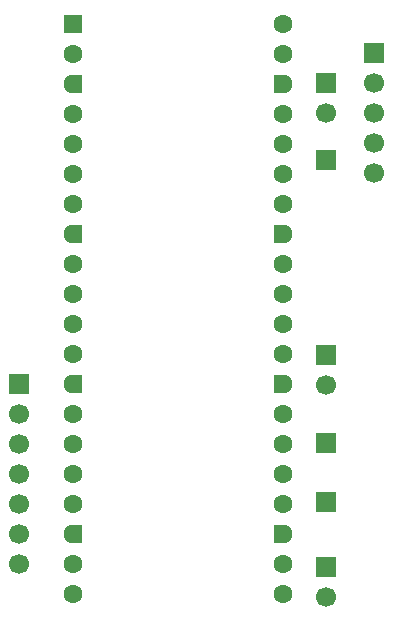
<source format=gbr>
%TF.GenerationSoftware,KiCad,Pcbnew,9.0.3*%
%TF.CreationDate,2025-08-22T09:44:06+02:00*%
%TF.ProjectId,kord,6b6f7264-2e6b-4696-9361-645f70636258,rev?*%
%TF.SameCoordinates,Original*%
%TF.FileFunction,Copper,L2,Bot*%
%TF.FilePolarity,Positive*%
%FSLAX46Y46*%
G04 Gerber Fmt 4.6, Leading zero omitted, Abs format (unit mm)*
G04 Created by KiCad (PCBNEW 9.0.3) date 2025-08-22 09:44:06*
%MOMM*%
%LPD*%
G01*
G04 APERTURE LIST*
G04 Aperture macros list*
%AMRoundRect*
0 Rectangle with rounded corners*
0 $1 Rounding radius*
0 $2 $3 $4 $5 $6 $7 $8 $9 X,Y pos of 4 corners*
0 Add a 4 corners polygon primitive as box body*
4,1,4,$2,$3,$4,$5,$6,$7,$8,$9,$2,$3,0*
0 Add four circle primitives for the rounded corners*
1,1,$1+$1,$2,$3*
1,1,$1+$1,$4,$5*
1,1,$1+$1,$6,$7*
1,1,$1+$1,$8,$9*
0 Add four rect primitives between the rounded corners*
20,1,$1+$1,$2,$3,$4,$5,0*
20,1,$1+$1,$4,$5,$6,$7,0*
20,1,$1+$1,$6,$7,$8,$9,0*
20,1,$1+$1,$8,$9,$2,$3,0*%
%AMFreePoly0*
4,1,37,0.603843,0.796157,0.639018,0.796157,0.711114,0.766294,0.766294,0.711114,0.796157,0.639018,0.796157,0.603843,0.800000,0.600000,0.800000,-0.600000,0.796157,-0.603843,0.796157,-0.639018,0.766294,-0.711114,0.711114,-0.766294,0.639018,-0.796157,0.603843,-0.796157,0.600000,-0.800000,0.000000,-0.800000,0.000000,-0.796148,-0.078414,-0.796148,-0.232228,-0.765552,-0.377117,-0.705537,
-0.507515,-0.618408,-0.618408,-0.507515,-0.705537,-0.377117,-0.765552,-0.232228,-0.796148,-0.078414,-0.796148,0.078414,-0.765552,0.232228,-0.705537,0.377117,-0.618408,0.507515,-0.507515,0.618408,-0.377117,0.705537,-0.232228,0.765552,-0.078414,0.796148,0.000000,0.796148,0.000000,0.800000,0.600000,0.800000,0.603843,0.796157,0.603843,0.796157,$1*%
%AMFreePoly1*
4,1,37,0.000000,0.796148,0.078414,0.796148,0.232228,0.765552,0.377117,0.705537,0.507515,0.618408,0.618408,0.507515,0.705537,0.377117,0.765552,0.232228,0.796148,0.078414,0.796148,-0.078414,0.765552,-0.232228,0.705537,-0.377117,0.618408,-0.507515,0.507515,-0.618408,0.377117,-0.705537,0.232228,-0.765552,0.078414,-0.796148,0.000000,-0.796148,0.000000,-0.800000,-0.600000,-0.800000,
-0.603843,-0.796157,-0.639018,-0.796157,-0.711114,-0.766294,-0.766294,-0.711114,-0.796157,-0.639018,-0.796157,-0.603843,-0.800000,-0.600000,-0.800000,0.600000,-0.796157,0.603843,-0.796157,0.639018,-0.766294,0.711114,-0.711114,0.766294,-0.639018,0.796157,-0.603843,0.796157,-0.600000,0.800000,0.000000,0.800000,0.000000,0.796148,0.000000,0.796148,$1*%
G04 Aperture macros list end*
%TA.AperFunction,ComponentPad*%
%ADD10R,1.700000X1.700000*%
%TD*%
%TA.AperFunction,ComponentPad*%
%ADD11C,1.700000*%
%TD*%
%TA.AperFunction,ComponentPad*%
%ADD12RoundRect,0.200000X-0.600000X-0.600000X0.600000X-0.600000X0.600000X0.600000X-0.600000X0.600000X0*%
%TD*%
%TA.AperFunction,ComponentPad*%
%ADD13C,1.600000*%
%TD*%
%TA.AperFunction,ComponentPad*%
%ADD14FreePoly0,0.000000*%
%TD*%
%TA.AperFunction,ComponentPad*%
%ADD15FreePoly1,0.000000*%
%TD*%
G04 APERTURE END LIST*
D10*
%TO.P,REF\u002A\u002A,1*%
%TO.N,N/C*%
X166000000Y-105500000D03*
D11*
%TO.P,REF\u002A\u002A,2*%
X166000000Y-108040000D03*
%TD*%
D10*
%TO.P,REF\u002A\u002A,1*%
%TO.N,N/C*%
X166000000Y-100000000D03*
%TD*%
%TO.P,REF\u002A\u002A,1*%
%TO.N,N/C*%
X166000000Y-71000000D03*
%TD*%
%TO.P,REF\u002A\u002A,1*%
%TO.N,N/C*%
X166000000Y-87500000D03*
D11*
%TO.P,REF\u002A\u002A,2*%
X166000000Y-90040000D03*
%TD*%
D10*
%TO.P,REF\u002A\u002A,1*%
%TO.N,N/C*%
X166000000Y-95000000D03*
%TD*%
%TO.P,REF\u002A\u002A,1*%
%TO.N,N/C*%
X166000000Y-64500000D03*
D11*
%TO.P,REF\u002A\u002A,2*%
X166000000Y-67040000D03*
%TD*%
D10*
%TO.P,REF\u002A\u002A,1*%
%TO.N,N/C*%
X140000000Y-90000000D03*
D11*
%TO.P,REF\u002A\u002A,2*%
X140000000Y-92540000D03*
%TO.P,REF\u002A\u002A,3*%
X140000000Y-95080000D03*
%TO.P,REF\u002A\u002A,4*%
X140000000Y-97620000D03*
%TO.P,REF\u002A\u002A,5*%
X140000000Y-100160000D03*
%TO.P,REF\u002A\u002A,6*%
X140000000Y-102700000D03*
%TO.P,REF\u002A\u002A,7*%
X140000000Y-105240000D03*
%TD*%
D12*
%TO.P,REF\u002A\u002A,1*%
%TO.N,N/C*%
X144500000Y-59500000D03*
D13*
%TO.P,REF\u002A\u002A,2*%
X144500000Y-62040000D03*
D14*
%TO.P,REF\u002A\u002A,3*%
X144500000Y-64580000D03*
D13*
%TO.P,REF\u002A\u002A,4*%
X144500000Y-67120000D03*
%TO.P,REF\u002A\u002A,5*%
X144500000Y-69660000D03*
%TO.P,REF\u002A\u002A,6*%
X144500000Y-72200000D03*
%TO.P,REF\u002A\u002A,7*%
X144500000Y-74740000D03*
D14*
%TO.P,REF\u002A\u002A,8*%
X144500000Y-77280000D03*
D13*
%TO.P,REF\u002A\u002A,9*%
X144500000Y-79820000D03*
%TO.P,REF\u002A\u002A,10*%
X144500000Y-82360000D03*
%TO.P,REF\u002A\u002A,11*%
X144500000Y-84900000D03*
%TO.P,REF\u002A\u002A,12*%
X144500000Y-87440000D03*
D14*
%TO.P,REF\u002A\u002A,13*%
X144500000Y-89980000D03*
D13*
%TO.P,REF\u002A\u002A,14*%
X144500000Y-92520000D03*
%TO.P,REF\u002A\u002A,15*%
X144500000Y-95060000D03*
%TO.P,REF\u002A\u002A,16*%
X144500000Y-97600000D03*
%TO.P,REF\u002A\u002A,17*%
X144500000Y-100140000D03*
D14*
%TO.P,REF\u002A\u002A,18*%
X144500000Y-102680000D03*
D13*
%TO.P,REF\u002A\u002A,19*%
X144500000Y-105220000D03*
%TO.P,REF\u002A\u002A,20*%
X144500000Y-107760000D03*
%TO.P,REF\u002A\u002A,21*%
X162280000Y-107760000D03*
%TO.P,REF\u002A\u002A,22*%
X162280000Y-105220000D03*
D15*
%TO.P,REF\u002A\u002A,23*%
X162280000Y-102680000D03*
D13*
%TO.P,REF\u002A\u002A,24*%
X162280000Y-100140000D03*
%TO.P,REF\u002A\u002A,25*%
X162280000Y-97600000D03*
%TO.P,REF\u002A\u002A,26*%
X162280000Y-95060000D03*
%TO.P,REF\u002A\u002A,27*%
X162280000Y-92520000D03*
D15*
%TO.P,REF\u002A\u002A,28*%
X162280000Y-89980000D03*
D13*
%TO.P,REF\u002A\u002A,29*%
X162280000Y-87440000D03*
%TO.P,REF\u002A\u002A,30*%
X162280000Y-84900000D03*
%TO.P,REF\u002A\u002A,31*%
X162280000Y-82360000D03*
%TO.P,REF\u002A\u002A,32*%
X162280000Y-79820000D03*
D15*
%TO.P,REF\u002A\u002A,33*%
X162280000Y-77280000D03*
D13*
%TO.P,REF\u002A\u002A,34*%
X162280000Y-74740000D03*
%TO.P,REF\u002A\u002A,35*%
X162280000Y-72200000D03*
%TO.P,REF\u002A\u002A,36*%
X162280000Y-69660000D03*
%TO.P,REF\u002A\u002A,37*%
X162280000Y-67120000D03*
D15*
%TO.P,REF\u002A\u002A,38*%
X162280000Y-64580000D03*
D13*
%TO.P,REF\u002A\u002A,39*%
X162280000Y-62040000D03*
%TO.P,REF\u002A\u002A,40*%
X162280000Y-59500000D03*
%TD*%
D10*
%TO.P,REF\u002A\u002A,1*%
%TO.N,N/C*%
X170000000Y-62000000D03*
D11*
%TO.P,REF\u002A\u002A,2*%
X170000000Y-64540000D03*
%TO.P,REF\u002A\u002A,3*%
X170000000Y-67080000D03*
%TO.P,REF\u002A\u002A,4*%
X170000000Y-69620000D03*
%TO.P,REF\u002A\u002A,5*%
X170000000Y-72160000D03*
%TD*%
M02*

</source>
